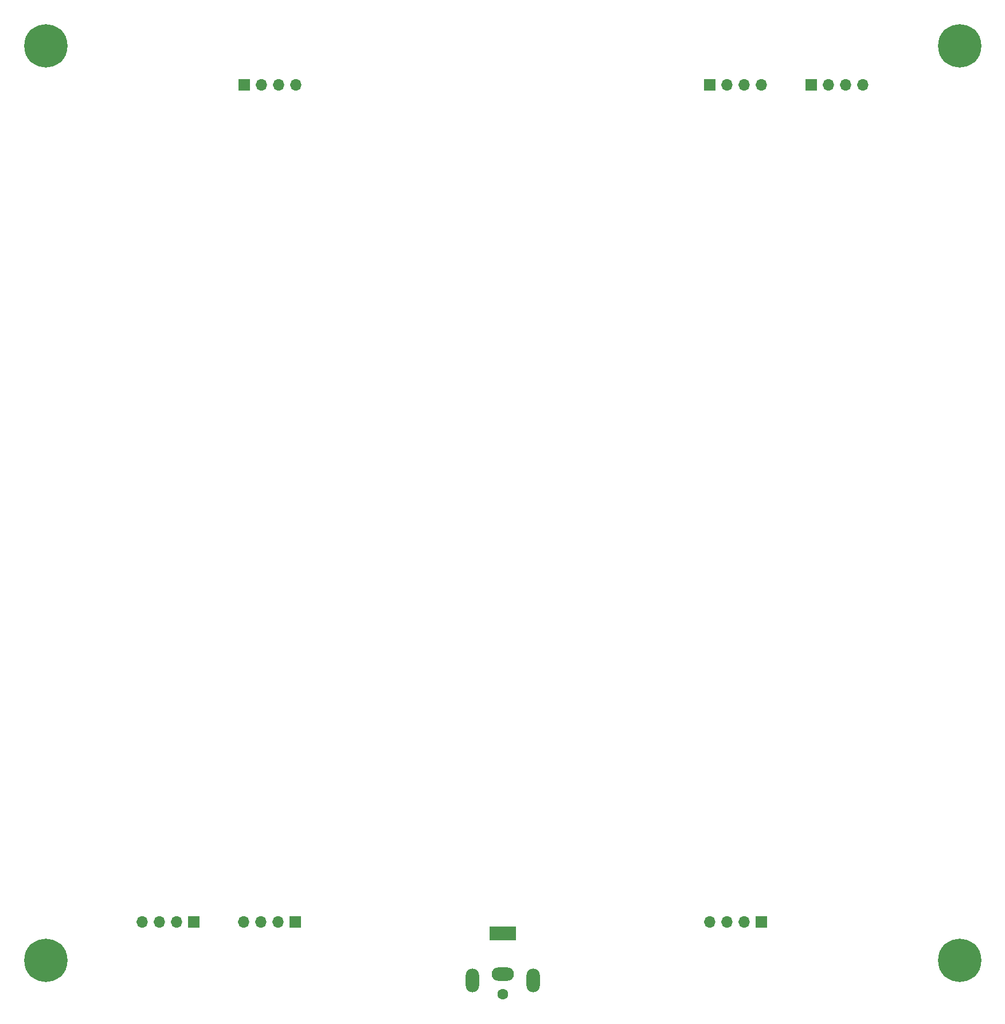
<source format=gbs>
%TF.GenerationSoftware,KiCad,Pcbnew,8.0.1*%
%TF.CreationDate,2024-03-21T17:04:44-07:00*%
%TF.ProjectId,fan-controller,66616e2d-636f-46e7-9472-6f6c6c65722e,rev?*%
%TF.SameCoordinates,Original*%
%TF.FileFunction,Soldermask,Bot*%
%TF.FilePolarity,Negative*%
%FSLAX46Y46*%
G04 Gerber Fmt 4.6, Leading zero omitted, Abs format (unit mm)*
G04 Created by KiCad (PCBNEW 8.0.1) date 2024-03-21 17:04:44*
%MOMM*%
%LPD*%
G01*
G04 APERTURE LIST*
%ADD10R,1.700000X1.700000*%
%ADD11O,1.700000X1.700000*%
%ADD12C,6.400000*%
%ADD13O,2.000000X3.500000*%
%ADD14O,3.300000X2.000000*%
%ADD15R,4.000000X2.000000*%
%ADD16C,1.600000*%
G04 APERTURE END LIST*
D10*
%TO.C,J5*%
X230600000Y-88200000D03*
D11*
X233140000Y-88200000D03*
X235680000Y-88200000D03*
X238220000Y-88200000D03*
%TD*%
D10*
%TO.C,J6*%
X161800000Y-88200000D03*
D11*
X164340000Y-88200000D03*
X166880000Y-88200000D03*
X169420000Y-88200000D03*
%TD*%
D12*
%TO.C,H1*%
X132500000Y-82500000D03*
%TD*%
D13*
%TO.C,J7*%
X204500000Y-220500000D03*
X195500000Y-220500000D03*
D14*
X200000000Y-219500000D03*
D15*
X200000000Y-213500000D03*
D16*
X200000000Y-222500000D03*
%TD*%
D12*
%TO.C,H3*%
X132500000Y-217500000D03*
%TD*%
D10*
%TO.C,J4*%
X245600000Y-88200000D03*
D11*
X248140000Y-88200000D03*
X250680000Y-88200000D03*
X253220000Y-88200000D03*
%TD*%
D12*
%TO.C,H2*%
X267500000Y-82500000D03*
%TD*%
D10*
%TO.C,J1*%
X154400000Y-211800000D03*
D11*
X151860000Y-211800000D03*
X149320000Y-211800000D03*
X146780000Y-211800000D03*
%TD*%
D10*
%TO.C,J3*%
X238200000Y-211800000D03*
D11*
X235660000Y-211800000D03*
X233120000Y-211800000D03*
X230580000Y-211800000D03*
%TD*%
D12*
%TO.C,H4*%
X267500000Y-217500000D03*
%TD*%
D10*
%TO.C,J2*%
X169400000Y-211800000D03*
D11*
X166860000Y-211800000D03*
X164320000Y-211800000D03*
X161780000Y-211800000D03*
%TD*%
M02*

</source>
